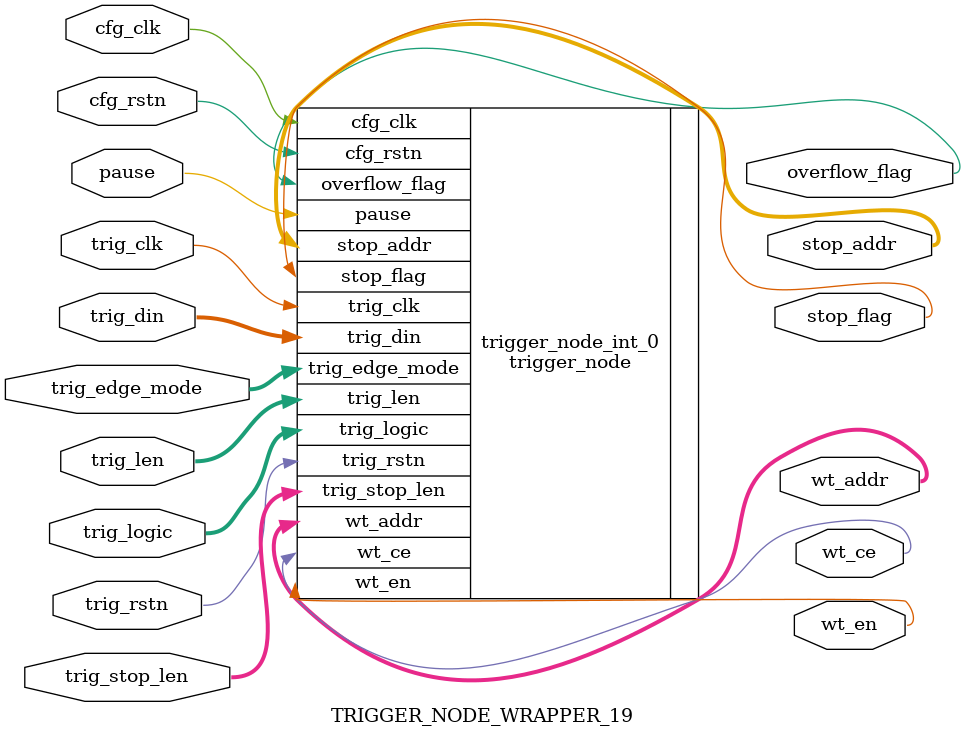
<source format=v>
module CFG_INT_WRAPPER(jtdi, jtck, jrstn, jrti, jscan, jshift, jupdate, jtdo, status, control);
	localparam DEFAULT_CTRL_LEN = 79;
	localparam DEFAULT_STAT_LEN = 18;
	localparam DEFAULT_TRIG_NUM = 1;
	input jtdi;
	input jtck;
	input jrstn;
	input jshift;
	input jupdate;
	input [1:0] jrti;
	input [1:0] jscan;
	input [DEFAULT_STAT_LEN-1:0] status;
	output [1:0] jtdo;
	output [DEFAULT_CTRL_LEN-1:0] control;

	cfg_int #(.INT_CTRL_REG_LEN(DEFAULT_CTRL_LEN), .INT_STAT_REG_LEN(DEFAULT_STAT_LEN), .INT_TRIG_NUM(DEFAULT_TRIG_NUM))
	 wrapper_cfg_inst(
		.jtdi(jtdi),
		.jtck(jtck),
		.jrstn(jrstn),
		.jrti(jrti),
		.jscan(jscan),
		.jshift(jshift),
		.jupdate(jupdate),
		.status(status),
		.jtdo(jtdo),
		.control(control)
	);
endmodule


module TRIGGER_NODE_WRAPPER_19(trig_clk, trig_rstn, pause, trig_logic, trig_din, trig_edge_mode, trig_len, trig_stop_len, cfg_clk, cfg_rstn, overflow_flag, stop_flag, stop_addr,  wt_ce, wt_en, wt_addr);
	localparam DEFAULT_DET_NUM = 19;
	localparam DEFAULT_STOP_LEN = 341;
	input [DEFAULT_DET_NUM-1:0] trig_din;
	input trig_clk;
	input trig_rstn;
	input pause;
	input [1:0] trig_logic;
	input [DEFAULT_DET_NUM*3-1:0] trig_edge_mode;
	input [15:0] trig_len;
	input [1:0] trig_stop_len;
	input cfg_clk;
	input cfg_rstn;
	output overflow_flag;
	output stop_flag;
	output [15:0] stop_addr;
	output [15:0] wt_addr;
	output wt_en;
	output wt_ce;

	trigger_node #(.DET_NUM(DEFAULT_DET_NUM), .STOP_LEN(DEFAULT_STOP_LEN))
	 trigger_node_int_0(
		.trig_din(trig_din),
		.trig_clk(trig_clk),
		.trig_rstn(trig_rstn),
		.pause(pause),
		.trig_logic(trig_logic),
		.trig_edge_mode(trig_edge_mode),
		.trig_len(trig_len),
		.trig_stop_len(trig_stop_len),
		.cfg_clk(cfg_clk),
		.cfg_rstn(cfg_rstn),
		.overflow_flag(overflow_flag),
		.stop_flag(stop_flag),
		.stop_addr(stop_addr),
		.wt_addr(wt_addr),
		.wt_en(wt_en),
		.wt_ce(wt_ce)
	);
endmodule



</source>
